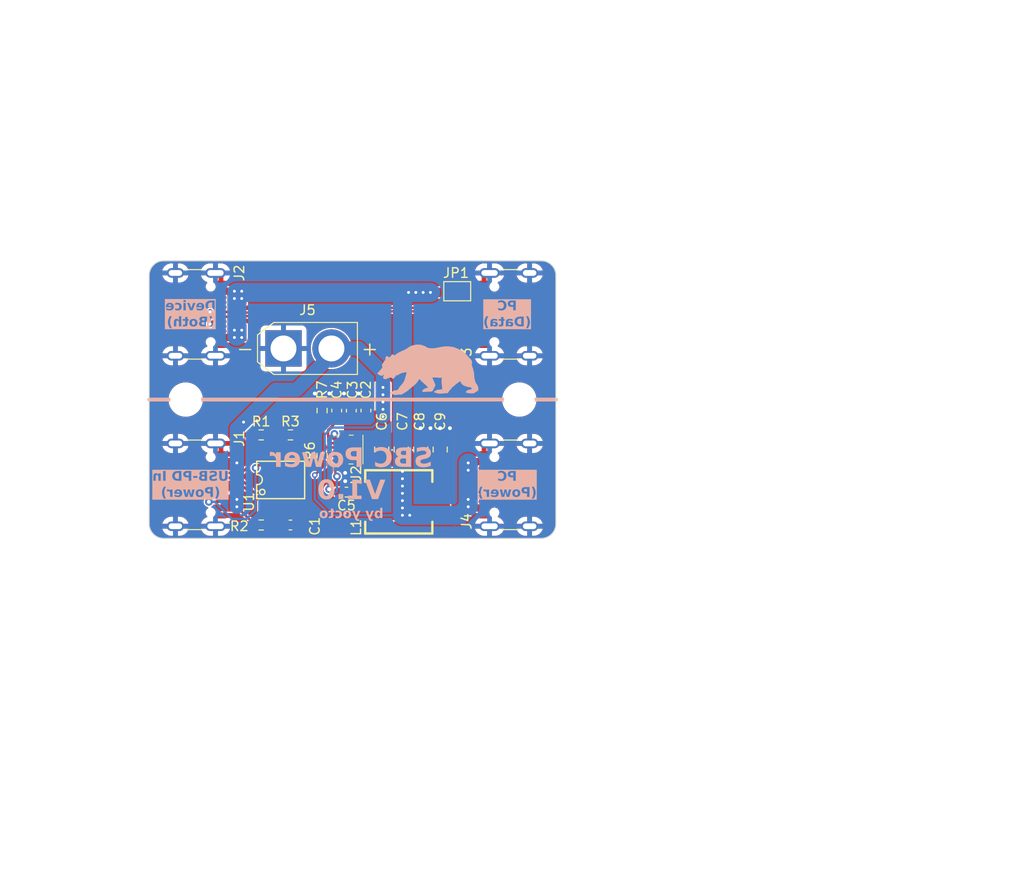
<source format=kicad_pcb>
(kicad_pcb (version 20221018) (generator pcbnew)
  (layers (0 "F.Cu" signal) (31 "B.Cu" signal) (34 "B.Paste" user) (35 "F.Paste" user) (36 "B.SilkS" user "B.Silkscreen") (37 "F.SilkS" user "F.Silkscreen") (38 "B.Mask" user) (39 "F.Mask" user) (44 "Edge.Cuts" user))
  (net 0 "")
  (net 1 "/Buck/Vin")
  (net 2 "GND")
  (net 3 "Net-(U1-VDD)")
  (net 4 "Net-(U2-VCC)")
  (net 5 "Net-(U2-BS)")
  (net 6 "+5V")
  (net 7 "Net-(J1-CC1)")
  (net 8 "Net-(J1-CC2)")
  (net 17 "Net-(U1-CFG1)")
  (net 18 "Net-(U1-VBUS)")
  (net 19 "Net-(U2-FB)")
  (net 25 "/Buck/LX")
  (net 28 "/PD_D+")
  (net 29 "/PD_D-")
  (net 30 "/USB_D+")
  (net 31 "/USB_D-")
  (net 32 "/OPT_PWR")
  (footprint "Capacitor_SMD:C_0805_2012Metric" (layer "F.Cu") (at 151.511 95.377 90)
    (fp_text reference "C7" (at 2.921 0.127 90) (layer "F.SilkS"))
    (fp_text value "22u")
    (pad "1" smd roundrect (at -0.95 0 90) (size 1 1.45) (layers "F.Cu" "F.Paste" "F.Mask") (net 6 "+5V"))
    (pad "2" smd roundrect (at 0.95 0 90) (size 1 1.45) (layers "F.Cu" "F.Paste" "F.Mask") (net 2 "GND"))
  )
  (footprint "Capacitor_SMD:C_0603_1608Metric" (layer "F.Cu") (at 145.796 99.822)
    (fp_text reference "C5" (at 0 1.397) (layer "F.SilkS"))
    (fp_text value "100n")
    (pad "1" smd roundrect (at -0.775 0) (size 0.9 0.95) (layers "F.Cu" "F.Paste" "F.Mask") (net 5 "Net-(U2-BS)"))
    (pad "2" smd roundrect (at 0.775 0) (size 0.9 0.95) (layers "F.Cu" "F.Paste" "F.Mask") (net 25 "/Buck/LX"))
  )
  (footprint "Capacitor_SMD:C_0603_1608Metric" (layer "F.Cu") (at 147.828 91.313 90)
    (fp_text reference "C2" (at 2.159 0 90) (layer "F.SilkS"))
    (fp_text value "10u")
    (pad "1" smd roundrect (at -0.775 0 90) (size 0.9 0.95) (layers "F.Cu" "F.Paste" "F.Mask") (net 1 "/Buck/Vin"))
    (pad "2" smd roundrect (at 0.775 0 90) (size 0.9 0.95) (layers "F.Cu" "F.Paste" "F.Mask") (net 2 "GND"))
  )
  (footprint "Connector_USB:USB_C_Receptacle_GCT_USB4105-xx-A_16P_TopMnt_Horizontal" (layer "F.Cu") (at 129.032 81.28 -90)
    (fp_text reference "J2" (at -4.318 -5.588 90 unlocked) (layer "F.SilkS"))
    (fp_text value "USB_C_Receptacle_USB2.0_14P")
    (pad "" np_thru_hole circle (at -2.89 -2.605 270) (size 0.65 0.65) (drill 0.65) (layers "F&B.Cu" "*.Mask"))
    (pad "" np_thru_hole circle (at 2.89 -2.605 270) (size 0.65 0.65) (drill 0.65) (layers "F&B.Cu" "*.Mask"))
    (pad "A1" smd roundrect (at -3.2 -3.68 270) (size 0.6 1.15) (layers "F.Cu" "F.Paste" "F.Mask") (net 2 "GND"))
    (pad "A4" smd roundrect (at -2.4 -3.68 270) (size 0.6 1.15) (layers "F.Cu" "F.Paste" "F.Mask") (net 6 "+5V"))
    (pad "A5" smd roundrect (at -1.25 -3.68 270) (size 0.3 1.15) (layers "F.Cu" "F.Paste" "F.Mask"))
    (pad "A6" smd roundrect (at -0.25 -3.68 270) (size 0.3 1.15) (layers "F.Cu" "F.Paste" "F.Mask") (net 30 "/USB_D+"))
    (pad "A7" smd roundrect (at 0.25 -3.68 270) (size 0.3 1.15) (layers "F.Cu" "F.Paste" "F.Mask") (net 31 "/USB_D-"))
    (pad "A8" smd roundrect (at 1.25 -3.68 270) (size 0.3 1.15) (layers "F.Cu" "F.Paste" "F.Mask"))
    (pad "A9" smd roundrect (at 2.4 -3.68 270) (size 0.6 1.15) (layers "F.Cu" "F.Paste" "F.Mask") (net 6 "+5V"))
    (pad "A12" smd roundrect (at 3.2 -3.68 270) (size 0.6 1.15) (layers "F.Cu" "F.Paste" "F.Mask") (net 2 "GND"))
    (pad "B1" smd roundrect (at 3.2 -3.68 270) (size 0.6 1.15) (layers "F.Cu" "F.Paste" "F.Mask") (net 2 "GND"))
    (pad "B4" smd roundrect (at 2.4 -3.68 270) (size 0.6 1.15) (layers "F.Cu" "F.Paste" "F.Mask") (net 6 "+5V"))
    (pad "B5" smd roundrect (at 1.75 -3.68 270) (size 0.3 1.15) (layers "F.Cu" "F.Paste" "F.Mask"))
    (pad "B6" smd roundrect (at 0.75 -3.68 270) (size 0.3 1.15) (layers "F.Cu" "F.Paste" "F.Mask") (net 30 "/USB_D+"))
    (pad "B7" smd roundrect (at -0.75 -3.68 270) (size 0.3 1.15) (layers "F.Cu" "F.Paste" "F.Mask") (net 31 "/USB_D-"))
    (pad "B8" smd roundrect (at -1.75 -3.68 270) (size 0.3 1.15) (layers "F.Cu" "F.Paste" "F.Mask"))
    (pad "B9" smd roundrect (at -2.4 -3.68 270) (size 0.6 1.15) (layers "F.Cu" "F.Paste" "F.Mask") (net 6 "+5V"))
    (pad "B12" smd roundrect (at -3.2 -3.68 270) (size 0.6 1.15) (layers "F.Cu" "F.Paste" "F.Mask") (net 2 "GND"))
    (pad "S1" thru_hole oval (at -4.32 -3.105 270) (size 1 2.1) (drill oval 0.6 1.7) (layers "*.Cu" "*.Mask" "F.Paste") (net 2 "GND"))
    (pad "S1" thru_hole oval (at -4.32 1.075 270) (size 1 1.8) (drill oval 0.6 1.4) (layers "*.Cu" "*.Mask" "F.Paste") (net 2 "GND"))
    (pad "S1" thru_hole oval (at 4.32 -3.105 270) (size 1 2.1) (drill oval 0.6 1.7) (layers "*.Cu" "*.Mask" "F.Paste") (net 2 "GND"))
    (pad "S1" thru_hole oval (at 4.32 1.075 270) (size 1 1.8) (drill oval 0.6 1.4) (layers "*.Cu" "*.Mask" "F.Paste") (net 2 "GND"))
  )
  (footprint "Project:QFN-12_L3.0-W3.0-P0.45-TL-EP" (layer "F.Cu") (at 145.846 95.374 90)
    (fp_text reference "U2" (at -2.67 0.966 90) (layer "F.SilkS"))
    (fp_text value "SY8366HQQC")
    (pad "1" smd custom (at -1.5 -0.5 90) (size 0.1 0.1) (layers "F.Cu" "F.Paste" "F.Mask") (net 2 "GND") (options (clearance outline) (anchor circle)) (primitives (gr_poly (pts (xy -0.05 -0.025) (xy -0.048097 -0.034567) (xy -0.042678 -0.042678) (xy -0.034567 -0.048097) (xy -0.025 -0.05) (xy 0.025 -0.05) (xy 0.034567 -0.048097) (xy 0.042678 -0.042678) (xy 0.048097 -0.034567) (xy 0.05 -0.025) (xy 0.05 0.025) (xy 0.048097 0.034567) (xy 0.042678 0.042678) (xy 0.034567 0.048097) (xy 0.025 0.05) (xy -0.025 0.05) (xy -0.034567 0.048097) (xy -0.042678 0.042678) (xy -0.048097 0.034567) (xy -0.05 0.025)) (width 0) (fill yes)) (gr_poly (pts (xy -0.22 -0.15) (xy 1.73 -0.15) (xy 1.73 0.25) (xy 0.8 0.25) (xy 0.8 0.55) (xy -0.22 0.55) (xy -0.22 0.25)) (width 0) (fill yes))))
    (pad "2" smd custom (at 0.075 0.525 90) (size 0.1 0.1) (layers "F.Cu" "F.Paste" "F.Mask") (net 25 "/Buck/LX") (options (clearance outline) (anchor circle)) (primitives (gr_poly (pts (xy -0.05 -0.025) (xy -0.048097 -0.034567) (xy -0.042678 -0.042678) (xy -0.034567 -0.048097) (xy -0.025 -0.05) (xy 0.025 -0.05) (xy 0.034567 -0.048097) (xy 0.042678 -0.042678) (xy 0.048097 -0.034567) (xy 0.05 -0.025) (xy 0.05 0.025) (xy 0.048097 0.034567) (xy 0.042678 0.042678) (xy 0.034567 0.048097) (xy 0.025 0.05) (xy -0.025 0.05) (xy -0.034567 0.048097) (xy -0.042678 0.042678) (xy -0.048097 0.034567) (xy -0.05 0.025)) (width 0) (fill yes)) (gr_poly (pts (xy -0.325 -0.505) (xy 0.165 -0.505) (xy 0.465 -0.195) (xy 0.465 0.045) (xy 0.165 0.345) (xy -0.325 0.345) (xy -0.635 0.045) (xy -0.635 -0.195)) (width 0) (fill yes))))
    (pad "3" smd custom (at -1.05 1.375 90) (size 0.1 0.1) (layers "F.Cu" "F.Paste" "F.Mask") (net 2 "GND") (options (clearance outline) (anchor circle)) (primitives (gr_poly (pts (xy -0.05 -0.025) (xy -0.048097 -0.034567) (xy -0.042678 -0.042678) (xy -0.034567 -0.048097) (xy -0.025 -0.05) (xy 0.025 -0.05) (xy 0.034567 -0.048097) (xy 0.042678 -0.042678) (xy 0.048097 -0.034567) (xy 0.05 -0.025) (xy 0.05 0.025) (xy 0.048097 0.034567) (xy 0.042678 0.042678) (xy 0.034567 0.048097) (xy 0.025 0.05) (xy -0.025 0.05) (xy -0.034567 0.048097) (xy -0.042678 0.042678) (xy -0.048097 0.034567) (xy -0.05 0.025)) (width 0) (fill yes)) (gr_poly (pts (xy -0.65 0.175) (xy 1.3 0.175) (xy 1.3 -0.275) (xy 0.37 -0.275) (xy 0.37 -0.575) (xy -0.65 -0.575) (xy -0.65 -0.225)) (width 0) (fill yes))))
    (pad "4" smd rect (at 1.14 1.2 90) (size 1.1 0.75) (layers "F.Cu" "F.Paste" "F.Mask") (net 1 "/Buck/Vin"))
    (pad "5" smd rect (at 1.14 -0.05 90) (size 1.1 0.26) (layers "F.Cu" "F.Paste" "F.Mask") (net 1 "/Buck/Vin"))
    (pad "6" smd rect (at 1.14 -0.5 90) (size 1.1 0.26) (layers "F.Cu" "F.Paste" "F.Mask") (net 1 "/Buck/Vin"))
    (pad "7" smd rect (at 1.11 -1.2 90) (size 0.25 0.6) (layers "F.Cu" "F.Paste" "F.Mask") (net 5 "Net-(U2-BS)"))
    (pad "8" smd rect (at 0.66 -1.2 90) (size 0.25 0.6) (layers "F.Cu" "F.Paste" "F.Mask") (net 4 "Net-(U2-VCC)"))
    (pad "9" smd rect (at 0.21 -1.2 90) (size 0.25 0.6) (layers "F.Cu" "F.Paste" "F.Mask") (net 19 "Net-(U2-FB)"))
    (pad "10" smd rect (at -0.24 -1.2 90) (size 0.25 0.6) (layers "F.Cu" "F.Paste" "F.Mask"))
    (pad "11" smd rect (at -0.69 -1.2 90) (size 0.25 0.6) (layers "F.Cu" "F.Paste" "F.Mask"))
    (pad "12" smd rect (at -1.14 -1.2 90) (size 0.25 0.6) (layers "F.Cu" "F.Paste" "F.Mask") (net 1 "/Buck/Vin"))
  )
  (footprint "Connector_USB:USB_C_Receptacle_GCT_USB4105-xx-A_16P_TopMnt_Horizontal" (layer "F.Cu") (at 163.83 81.28 90)
    (fp_text reference "J3" (at -4.318 -5.5 90 unlocked) (layer "F.SilkS"))
    (fp_text value "USB_C_Receptacle_USB2.0_14P")
    (pad "" np_thru_hole circle (at -2.89 -2.605 90) (size 0.65 0.65) (drill 0.65) (layers "F&B.Cu" "*.Mask"))
    (pad "" np_thru_hole circle (at 2.89 -2.605 90) (size 0.65 0.65) (drill 0.65) (layers "F&B.Cu" "*.Mask"))
    (pad "A1" smd roundrect (at -3.2 -3.68 90) (size 0.6 1.15) (layers "F.Cu" "F.Paste" "F.Mask") (net 2 "GND"))
    (pad "A4" smd roundrect (at -2.4 -3.68 90) (size 0.6 1.15) (layers "F.Cu" "F.Paste" "F.Mask") (net 32 "/OPT_PWR"))
    (pad "A5" smd roundrect (at -1.25 -3.68 90) (size 0.3 1.15) (layers "F.Cu" "F.Paste" "F.Mask"))
    (pad "A6" smd roundrect (at -0.25 -3.68 90) (size 0.3 1.15) (layers "F.Cu" "F.Paste" "F.Mask") (net 30 "/USB_D+"))
    (pad "A7" smd roundrect (at 0.25 -3.68 90) (size 0.3 1.15) (layers "F.Cu" "F.Paste" "F.Mask") (net 31 "/USB_D-"))
    (pad "A8" smd roundrect (at 1.25 -3.68 90) (size 0.3 1.15) (layers "F.Cu" "F.Paste" "F.Mask"))
    (pad "A9" smd roundrect (at 2.4 -3.68 90) (size 0.6 1.15) (layers "F.Cu" "F.Paste" "F.Mask") (net 32 "/OPT_PWR"))
    (pad "A12" smd roundrect (at 3.2 -3.68 90) (size 0.6 1.15) (layers "F.Cu" "F.Paste" "F.Mask") (net 2 "GND"))
    (pad "B1" smd roundrect (at 3.2 -3.68 90) (size 0.6 1.15) (layers "F.Cu" "F.Paste" "F.Mask") (net 2 "GND"))
    (pad "B4" smd roundrect (at 2.4 -3.68 90) (size 0.6 1.15) (layers "F.Cu" "F.Paste" "F.Mask") (net 32 "/OPT_PWR"))
    (pad "B5" smd roundrect (at 1.75 -3.68 90) (size 0.3 1.15) (layers "F.Cu" "F.Paste" "F.Mask"))
    (pad "B6" smd roundrect (at 0.75 -3.68 90) (size 0.3 1.15) (layers "F.Cu" "F.Paste" "F.Mask") (net 30 "/USB_D+"))
    (pad "B7" smd roundrect (at -0.75 -3.68 90) (size 0.3 1.15) (layers "F.Cu" "F.Paste" "F.Mask") (net 31 "/USB_D-"))
    (pad "B8" smd roundrect (at -1.75 -3.68 90) (size 0.3 1.15) (layers "F.Cu" "F.Paste" "F.Mask"))
    (pad "B9" smd roundrect (at -2.4 -3.68 90) (size 0.6 1.15) (layers "F.Cu" "F.Paste" "F.Mask") (net 32 "/OPT_PWR"))
    (pad "B12" smd roundrect (at -3.2 -3.68 90) (size 0.6 1.15) (layers "F.Cu" "F.Paste" "F.Mask") (net 2 "GND"))
    (pad "S1" thru_hole oval (at -4.32 -3.105 90) (size 1 2.1) (drill oval 0.6 1.7) (layers "*.Cu" "*.Mask" "F.Paste") (net 2 "GND"))
    (pad "S1" thru_hole oval (at -4.32 1.075 90) (size 1 1.8) (drill oval 0.6 1.4) (layers "*.Cu" "*.Mask" "F.Paste") (net 2 "GND"))
    (pad "S1" thru_hole oval (at 4.32 -3.105 90) (size 1 2.1) (drill oval 0.6 1.7) (layers "*.Cu" "*.Mask" "F.Paste") (net 2 "GND"))
    (pad "S1" thru_hole oval (at 4.32 1.075 90) (size 1 1.8) (drill oval 0.6 1.4) (layers "*.Cu" "*.Mask" "F.Paste") (net 2 "GND"))
  )
  (footprint "Capacitor_SMD:C_0603_1608Metric" (layer "F.Cu") (at 146.304 91.326 90)
    (fp_text reference "C3" (at 2.159 0.127 90) (layer "F.SilkS"))
    (fp_text value "100n")
    (pad "1" smd roundrect (at -0.775 0 90) (size 0.9 0.95) (layers "F.Cu" "F.Paste" "F.Mask") (net 1 "/Buck/Vin"))
    (pad "2" smd roundrect (at 0.775 0 90) (size 0.9 0.95) (layers "F.Cu" "F.Paste" "F.Mask") (net 2 "GND"))
  )
  (footprint "Capacitor_SMD:C_0805_2012Metric" (layer "F.Cu") (at 153.543 95.377 90)
    (fp_text reference "C8" (at 2.921 -0.127 90) (layer "F.SilkS"))
    (fp_text value "22u")
    (pad "1" smd roundrect (at -0.95 0 90) (size 1 1.45) (layers "F.Cu" "F.Paste" "F.Mask") (net 6 "+5V"))
    (pad "2" smd roundrect (at 0.95 0 90) (size 1 1.45) (layers "F.Cu" "F.Paste" "F.Mask") (net 2 "GND"))
  )
  (footprint "Project:ESSOP-10_L4.9-W3.9-P1.0-LS6.0-TL-EP" (layer "F.Cu") (at 138.938 98.552)
    (fp_text reference "U1" (at -3.302 2.286 90) (layer "F.SilkS"))
    (fp_text value "CH224K")
    (pad "1" smd rect (at -2 3 90) (size 1.5 0.6) (layers "F.Cu" "F.Paste" "F.Mask") (net 3 "Net-(U1-VDD)"))
    (pad "2" smd rect (at -1 3 90) (size 1.5 0.6) (layers "F.Cu" "F.Paste" "F.Mask"))
    (pad "3" smd rect (at 0 3 90) (size 1.5 0.6) (layers "F.Cu" "F.Paste" "F.Mask"))
    (pad "4" smd rect (at 1 3 90) (size 1.5 0.6) (layers "F.Cu" "F.Paste" "F.Mask") (net 28 "/PD_D+"))
    (pad "5" smd rect (at 2 3 90) (size 1.5 0.6) (layers "F.Cu" "F.Paste" "F.Mask") (net 29 "/PD_D-"))
    (pad "6" smd rect (at 2 -3 90) (size 1.5 0.6) (layers "F.Cu" "F.Paste" "F.Mask") (net 8 "Net-(J1-CC2)"))
    (pad "7" smd rect (at 1 -3 90) (size 1.5 0.6) (layers "F.Cu" "F.Paste" "F.Mask") (net 7 "Net-(J1-CC1)"))
    (pad "8" smd rect (at 0 -3 90) (size 1.5 0.6) (layers "F.Cu" "F.Paste" "F.Mask") (net 18 "Net-(U1-VBUS)"))
    (pad "9" smd rect (at -1 -3 90) (size 1.5 0.6) (layers "F.Cu" "F.Paste" "F.Mask") (net 17 "Net-(U1-CFG1)"))
    (pad "10" smd rect (at -2 -3 90) (size 1.5 0.6) (layers "F.Cu" "F.Paste" "F.Mask"))
    (pad "11" smd rect (at 0 0 180) (size 3.3 2.1) (layers "F.Cu" "F.Paste" "F.Mask") (net 2 "GND"))
  )
  (footprint "MountingHole:MountingHole_3.2mm_M3" (layer "F.Cu") (at 129.032 90.17)
    (fp_text reference "H1" hide)
    (fp_text value "MountingHole")
    (pad "" np_thru_hole circle (at 0 0) (size 3.2 3.2) (drill 3.2) (layers "*.Cu" "*.Mask"))
  )
  (footprint "Resistor_SMD:R_0603_1608Metric" (layer "F.Cu") (at 143.256 91.313 90)
    (fp_text reference "R7" (at 2.159 -0.002 90) (layer "F.SilkS"))
    (fp_text value "6.8k")
    (pad "1" smd roundrect (at -0.825 0 90) (size 0.8 0.95) (layers "F.Cu" "F.Paste" "F.Mask") (net 19 "Net-(U2-FB)"))
    (pad "2" smd roundrect (at 0.825 0 90) (size 0.8 0.95) (layers "F.Cu" "F.Paste" "F.Mask") (net 2 "GND"))
  )
  (footprint "Resistor_SMD:R_0603_1608Metric" (layer "F.Cu") (at 136.906 93.853 180)
    (fp_text reference "R1" (at 0 1.397 180) (layer "F.SilkS"))
    (fp_text value "56k")
    (pad "1" smd roundrect (at -0.825 0 180) (size 0.8 0.95) (layers "F.Cu" "F.Paste" "F.Mask") (net 17 "Net-(U1-CFG1)"))
    (pad "2" smd roundrect (at 0.825 0 180) (size 0.8 0.95) (layers "F.Cu" "F.Paste" "F.Mask") (net 2 "GND"))
  )
  (footprint "Connector_USB:USB_C_Receptacle_GCT_USB4105-xx-A_16P_TopMnt_Horizontal" (layer "F.Cu") (at 163.83 99.06 90)
    (fp_text reference "J4" (at -3.81 -5.5 90 unlocked) (layer "F.SilkS"))
    (fp_text value "USB_C_Receptacle_USB2.0_14P")
    (pad "" np_thru_hole circle (at -2.89 -2.605 90) (size 0.65 0.65) (drill 0.65) (layers "F&B.Cu" "*.Mask"))
    (pad "" np_thru_hole circle (at 2.89 -2.605 90) (size 0.65 0.65) (drill 0.65) (layers "F&B.Cu" "*.Mask"))
    (pad "A1" smd roundrect (at -3.2 -3.68 90) (size 0.6 1.15) (layers "F.Cu" "F.Paste" "F.Mask") (net 2 "GND"))
    (pad "A4" smd roundrect (at -2.4 -3.68 90) (size 0.6 1.15) (layers "F.Cu" "F.Paste" "F.Mask") (net 6 "+5V"))
    (pad "A5" smd roundrect (at -1.25 -3.68 90) (size 0.3 1.15) (layers "F.Cu" "F.Paste" "F.Mask"))
    (pad "A6" smd roundrect (at -0.25 -3.68 90) (size 0.3 1.15) (layers "F.Cu" "F.Paste" "F.Mask"))
    (pad "A7" smd roundrect (at 0.25 -3.68 90) (size 0.3 1.15) (layers "F.Cu" "F.Paste" "F.Mask"))
    (pad "A8" smd roundrect (at 1.25 -3.68 90) (size 0.3 1.15) (layers "F.Cu" "F.Paste" "F.Mask"))
    (pad "A9" smd roundrect (at 2.4 -3.68 90) (size 0.6 1.15) (layers "F.Cu" "F.Paste" "F.Mask") (net 6 "+5V"))
    (pad "A12" smd roundrect (at 3.2 -3.68 90) (size 0.6 1.15) (layers "F.Cu" "F.Paste" "F.Mask") (net 2 "GND"))
    (pad "B1" smd roundrect (at 3.2 -3.68 90) (size 0.6 1.15) (layers "F.Cu" "F.Paste" "F.Mask") (net 2 "GND"))
    (pad "B4" smd roundrect (at 2.4 -3.68 90) (size 0.6 1.15) (layers "F.Cu" "F.Paste" "F.Mask") (net 6 "+5V"))
    (pad "B5" smd roundrect (at 1.75 -3.68 90) (size 0.3 1.15) (layers "F.Cu" "F.Paste" "F.Mask"))
    (pad "B6" smd roundrect (at 0.75 -3.68 90) (size 0.3 1.15) (layers "F.Cu" "F.Paste" "F.Mask"))
    (pad "B7" smd roundrect (at -0.75 -3.68 90) (size 0.3 1.15) (layers "F.Cu" "F.Paste" "F.Mask"))
    (pad "B8" smd roundrect (at -1.75 -3.68 90) (size 0.3 1.15) (layers "F.Cu" "F.Paste" "F.Mask"))
    (pad "B9" smd roundrect (at -2.4 -3.68 90) (size 0.6 1.15) (layers "F.Cu" "F.Paste" "F.Mask") (net 6 "+5V"))
    (pad "B12" smd roundrect (at -3.2 -3.68 90) (size 0.6 1.15) (layers "F.Cu" "F.Paste" "F.Mask") (net 2 "GND"))
    (pad "S1" thru_hole oval (at -4.32 -3.105 90) (size 1 2.1) (drill oval 0.6 1.7) (layers "*.Cu" "*.Mask" "F.Paste") (net 2 "GND"))
    (pad "S1" thru_hole oval (at -4.32 1.075 90) (size 1 1.8) (drill oval 0.6 1.4) (layers "*.Cu" "*.Mask" "F.Paste") (net 2 "GND"))
    (pad "S1" thru_hole oval (at 4.32 -3.105 90) (size 1 2.1) (drill oval 0.6 1.7) (layers "*.Cu" "*.Mask" "F.Paste") (net 2 "GND"))
    (pad "S1" thru_hole oval (at 4.32 1.075 90) (size 1 1.8) (drill oval 0.6 1.4) (layers "*.Cu" "*.Mask" "F.Paste") (net 2 "GND"))
  )
  (footprint "MountingHole:MountingHole_3.2mm_M3" (layer "F.Cu") (at 163.83 90.17)
    (fp_text reference "H2" hide)
    (fp_text value "MountingHole")
    (pad "" np_thru_hole circle (at 0 0) (size 3.2 3.2) (drill 3.2) (layers "*.Cu" "*.Mask"))
  )
  (footprint "Resistor_SMD:R_0603_1608Metric" (layer "F.Cu") (at 143.256 96.012 90)
    (fp_text reference "R6" (at 0.508 -1.27 90) (layer "F.SilkS"))
    (fp_text value "51k")
    (pad "1" smd roundrect (at -0.825 0 90) (size 0.8 0.95) (layers "F.Cu" "F.Paste" "F.Mask") (net 6 "+5V"))
    (pad "2" smd roundrect (at 0.825 0 90) (size 0.8 0.95) (layers "F.Cu" "F.Paste" "F.Mask") (net 19 "Net-(U2-FB)"))
  )
  (footprint "Capacitor_SMD:C_0603_1608Metric" (layer "F.Cu") (at 144.78 91.313 90)
    (fp_text reference "C4" (at 2.159 0 90) (layer "F.SilkS"))
    (fp_text value "2.2u")
    (pad "1" smd roundrect (at -0.775 0 90) (size 0.9 0.95) (layers "F.Cu" "F.Paste" "F.Mask") (net 4 "Net-(U2-VCC)"))
    (pad "2" smd roundrect (at 0.775 0 90) (size 0.9 0.95) (layers "F.Cu" "F.Paste" "F.Mask") (net 2 "GND"))
  )
  (footprint "Capacitor_SMD:C_0805_2012Metric" (layer "F.Cu") (at 155.575 95.377 90)
    (fp_text reference "C9" (at 2.921 0 90) (layer "F.SilkS"))
    (fp_text value "22u")
    (pad "1" smd roundrect (at -0.95 0 90) (size 1 1.45) (layers "F.Cu" "F.Paste" "F.Mask") (net 6 "+5V"))
    (pad "2" smd roundrect (at 0.95 0 90) (size 1 1.45) (layers "F.Cu" "F.Paste" "F.Mask") (net 2 "GND"))
  )
  (footprint "Resistor_SMD:R_0603_1608Metric" (layer "F.Cu") (at 139.954 93.853 180)
    (fp_text reference "R3" (at 0 1.397 180) (layer "F.SilkS"))
    (fp_text value "10k")
    (pad "1" smd roundrect (at -0.825 0 180) (size 0.8 0.95) (layers "F.Cu" "F.Paste" "F.Mask") (net 1 "/Buck/Vin"))
    (pad "2" smd roundrect (at 0.825 0 180) (size 0.8 0.95) (layers "F.Cu" "F.Paste" "F.Mask") (net 18 "Net-(U1-VBUS)"))
  )
  (footprint "Capacitor_SMD:C_0805_2012Metric" (layer "F.Cu") (at 149.479 95.377 90)
    (fp_text reference "C6" (at 2.921 0 90) (layer "F.SilkS"))
    (fp_text value "22u")
    (pad "1" smd roundrect (at -0.95 0 90) (size 1 1.45) (layers "F.Cu" "F.Paste" "F.Mask") (net 6 "+5V"))
    (pad "2" smd roundrect (at 0.95 0 90) (size 1 1.45) (layers "F.Cu" "F.Paste" "F.Mask") (net 2 "GND"))
  )
  (footprint "Project:IND-SMD_L7.0-W6.6" (layer "F.Cu") (at 151.257 100.838)
    (fp_text reference "L1" (at -4.445 2.667 90) (layer "F.SilkS"))
    (fp_text value "1.5uH 9A <10mOhm")
    (pad "1" smd rect (at -3 0) (size 2.4 3.2) (layers "F.Cu" "F.Paste" "F.Mask") (net 25 "/Buck/LX"))
    (pad "2" smd rect (at 3 0) (size 2.4 3.2) (layers "F.Cu" "F.Paste" "F.Mask") (net 6 "+5V"))
  )
  (footprint "Connector_USB:USB_C_Receptacle_GCT_USB4105-xx-A_16P_TopMnt_Horizontal" (layer "F.Cu") (at 129.032 99.06 -90)
    (fp_text reference "J1" (at -4.826 -5.588 90 unlocked) (layer "F.SilkS"))
    (fp_text value "USB_C_Receptacle_USB2.0_14P")
    (pad "" np_thru_hole circle (at -2.89 -2.605 270) (size 0.65 0.65) (drill 0.65) (layers "F&B.Cu" "*.Mask"))
    (pad "" np_thru_hole circle (at 2.89 -2.605 270) (size 0.65 0.65) (drill 0.65) (layers "F&B.Cu" "*.Mask"))
    (pad "A1" smd roundrect (at -3.2 -3.68 270) (size 0.6 1.15) (layers "F.Cu" "F.Paste" "F.Mask") (net 2 "GND"))
    (pad "A4" smd roundrect (at -2.4 -3.68 270) (size 0.6 1.15) (layers "F.Cu" "F.Paste" "F.Mask") (net 1 "/Buck/Vin"))
    (pad "A5" smd roundrect (at -1.25 -3.68 270) (size 0.3 1.15) (layers "F.Cu" "F.Paste" "F.Mask") (net 7 "Net-(J1-CC1)"))
    (pad "A6" smd roundrect (at -0.25 -3.68 270) (size 0.3 1.15) (layers "F.Cu" "F.Paste" "F.Mask") (net 28 "/PD_D+"))
    (pad "A7" smd roundrect (at 0.25 -3.68 270) (size 0.3 1.15) (layers "F.Cu" "F.Paste" "F.Mask") (net 29 "/PD_D-"))
    (pad "A8" smd roundrect (at 1.25 -3.68 270) (size 0.3 1.15) (layers "F.Cu" "F.Paste" "F.Mask"))
    (pad "A9" smd roundrect (at 2.4 -3.68 270) (size 0.6 1.15) (layers "F.Cu" "F.Paste" "F.Mask") (net 1 "/Buck/Vin"))
    (pad "A12" smd roundrect (at 3.2 -3.68 270) (size 0.6 1.15) (layers "F.Cu" "F.Paste" "F.Mask") (net 2 "GND"))
    (pad "B1" smd roundrect (at 3.2 -3.68 270) (size 0.6 1.15) (layers "F.Cu" "F.Paste" "F.Mask") (net 2 "GND"))
    (pad "B4" smd roundrect (at 2.4 -3.68 270) (size 0.6 1.15) (layers "F.Cu" "F.Paste" "F.Mask") (net 1 "/Buck/Vin"))
    (pad "B5" smd roundrect (at 1.75 -3.68 270) (size 0.3 1.15) (layers "F.Cu" "F.Paste" "F.Mask") (net 8 "Net-(J1-CC2)"))
    (pad "B6" smd roundrect (at 0.75 -3.68 270) (size 0.3 1.15) (layers "F.Cu" "F.Paste" "F.Mask") (net 28 "/PD_D+"))
    (pad "B7" smd roundrect (at -0.75 -3.68 270) (size 0.3 1.15) (layers "F.Cu" "F.Paste" "F.Mask") (net 29 "/PD_D-"))
    (pad "B8" smd roundrect (at -1.75 -3.68 270) (size 0.3 1.15) (layers "F.Cu" "F.Paste" "F.Mask"))
    (pad "B9" smd roundrect (at -2.4 -3.68 270) (size 0.6 1.15) (layers "F.Cu" "F.Paste" "F.Mask") (net 1 "/Buck/Vin"))
    (pad "B12" smd roundrect (at -3.2 -3.68 270) (size 0.6 1.15) (layers "F.Cu" "F.Paste" "F.Mask") (net 2 "GND"))
    (pad "S1" thru_hole oval (at -4.32 -3.105 270) (size 1 2.1) (drill oval 0.6 1.7) (layers "*.Cu" "*.Mask" "F.Paste") (net 2 "GND"))
    (pad "S1" thru_hole oval (at -4.32 1.075 270) (size 1 1.8) (drill oval 0.6 1.4) (layers "*.Cu" "*.Mask" "F.Paste") (net 2 "GND"))
    (pad "S1" thru_hole oval (at 4.32 -3.105 270) (size 1 2.1) (drill oval 0.6 1.7) (layers "*.Cu" "*.Mask" "F.Paste") (net 2 "GND"))
    (pad "S1" thru_hole oval (at 4.32 1.075 270) (size 1 1.8) (drill oval 0.6 1.4) (layers "*.Cu" "*.Mask" "F.Paste") (net 2 "GND"))
  )
  (footprint "Resistor_SMD:R_0603_1608Metric" (layer "F.Cu") (at 136.906 103.251)
    (fp_text reference "R2" (at -2.286 0.127 180) (layer "F.SilkS"))
    (fp_text value "1k")
    (pad "1" smd roundrect (at -0.825 0) (size 0.8 0.95) (layers "F.Cu" "F.Paste" "F.Mask") (net 1 "/Buck/Vin"))
    (pad "2" smd roundrect (at 0.825 0) (size 0.8 0.95) (layers "F.Cu" "F.Paste" "F.Mask") (net 3 "Net-(U1-VDD)"))
  )
  (footprint "Jumper:SolderJumper-2_P1.3mm_Open_Pad1.0x1.5mm" (layer "F.Cu") (at 157.353 78.867)
    (fp_text reference "JP1" (at -0.127 -1.905) (layer "F.SilkS"))
    (fp_text value "Jumper_2_Open")
    (pad "1" smd rect (at -0.65 0) (size 1 1.5) (layers "F.Cu" "F.Mask") (net 6 "+5V"))
    (pad "2" smd rect (at 0.65 0) (size 1 1.5) (layers "F.Cu" "F.Mask") (net 32 "/OPT_PWR"))
  )
  (footprint "Connector_AMASS:AMASS_XT30U-F_1x02_P5.0mm_Vertical" (layer "F.Cu") (at 139.232 84.836)
    (fp_text reference "J5" (at 2.5 -4) (layer "F.SilkS"))
    (fp_text value "Conn_01x02")
    (fp_text user "-" (at -4 0) (layer "F.SilkS") (effects (font (size 1.5 1.5))))
    (fp_text user "+" (at 9 0) (layer "F.SilkS") (effects (font (size 1.5 1.5))))
    (pad "1" thru_hole rect (at 0 0) (size 3.8 3.8) (drill 2.7) (layers "*.Cu" "*.Mask") (net 2 "GND"))
    (pad "2" thru_hole circle (at 5 0) (size 4 4) (drill 2.7) (layers "*.Cu" "*.Mask") (net 1 "/Buck/Vin"))
  )
  (footprint "Capacitor_SMD:C_0603_1608Metric" (layer "F.Cu") (at 139.954 103.251)
    (fp_text reference "C1" (at 2.54 0.127 -90) (layer "F.SilkS"))
    (fp_text value "1u")
    (pad "1" smd roundrect (at -0.775 0) (size 0.9 0.95) (layers "F.Cu" "F.Paste" "F.Mask") (net 3 "Net-(U1-VDD)"))
    (pad "2" smd roundrect (at 0.775 0) (size 0.9 0.95) (layers "F.Cu" "F.Paste" "F.Mask") (net 2 "GND"))
  )
  (footprint "Project:bear" (layer "B.Cu") (at 154.432 86.868 180)
    (fp_text reference "G***" hide)
    (fp_text value "LOGO" hide)
  )
  (gr_line (start 167.64 90.17) (end 125.222 90.17) (stroke (width 0.4)) (layer "B.SilkS"))
  (gr_line (start 167.64 77.216002) (end 167.64 103.124) (stroke (width 0.1)) (layer "Edge.Cuts"))
  (gr_line (start 166.116 104.648) (end 126.746 104.647998) (stroke (width 0.1)) (layer "Edge.Cuts"))
  (gr_arc (start 125.222002 77.216) (mid 125.668372 76.13837) (end 126.746002 75.692) (stroke (width 0.1016)) (layer "Edge.Cuts"))
  (gr_arc (start 167.64 103.124) (mid 167.193631 104.20163) (end 166.116 104.648) (stroke (width 0.1016)) (layer "Edge.Cuts"))
  (gr_arc (start 126.746 104.647998) (mid 125.66837 104.201628) (end 125.222 103.123998) (stroke (width 0.1016)) (layer "Edge.Cuts"))
  (gr_arc (start 166.116 75.692002) (mid 167.19363 76.138372) (end 167.64 77.216002) (stroke (width 0.1016)) (layer "Edge.Cuts"))
  (gr_line (start 126.746002 75.692) (end 166.116 75.692002) (stroke (width 0.1)) (layer "Edge.Cuts"))
  (gr_line (start 125.222 103.123998) (end 125.222002 77.216) (stroke (width 0.1)) (layer "Edge.Cuts"))
  (gr_text "PC\n(Power)" (at 162.56 99.06) (layer "B.SilkS" knockout) (effects (font (size 1 1) (thickness 0.2) bold) (justify mirror)))
  (gr_text "SBC Power\nV1.0" (at 146.304 98.044) (layer "B.SilkS") (effects (font (size 2 2) (thickness 0.2) bold) (justify mirror)))
  (gr_text "by yocto" (at 146.304 102.108) (layer "B.SilkS") (effects (font (size 1 1) (thickness 0.2) bold) (justify mirror)))
  (gr_text "USB-PD In\n(Power)" (at 129.54 99.06) (layer "B.SilkS" knockout) (effects (font (size 1 1) (thickness 0.2) bold) (justify mirror)))
  (gr_text "Device\n(Both)" (at 129.54 81.28) (layer "B.SilkS" knockout) (effects (font (size 1 1) (thickness 0.2) bold) (justify mirror)))
  (gr_text "PC\n(Data)" (at 162.56 81.28) (layer "B.SilkS" knockout) (effects (font (size 1 1) (thickness 0.2) bold) (justify mirror)))
  (segment (start 144.646 98.011) (end 144.646 96.514) (width 0.25) (layer "F.Cu") (net 1))
  (segment (start 139.4455 92.5195) (end 140.779 93.853) (width 0.25) (layer "F.Cu") (net 1))
  (segment (start 144.806 98.171) (end 144.646 98.011) (width 0.25) (layer "F.Cu") (net 1))
  (segment (start 135.0645 92.5195) (end 139.4455 92.5195) (width 0.25) (layer "F.Cu") (net 1))
  (segment (start 136.081 103.251) (end 136.081 103.061) (width 0.25) (layer "F.Cu") (net 1))
  (segment (start 136.081 103.061) (end 134.366 101.346) (width 0.25) (layer "F.Cu") (net 1))
  (via (at 149.606 88.9) (size 0.6) (drill 0.3) (layers "F.Cu" "B.Cu") (net 1))
  (via (at 149.606 90.424) (size 0.6) (drill 0.3) (layers "F.Cu" "B.Cu") (net 1))
  (via (at 144.806 98.171) (size 0.8) (drill 0.4) (layers "F.Cu" "B.Cu") (net 1))
  (via (at 135.0645 92.5195) (size 0.6) (drill 0.3) (layers "F.Cu" "B.Cu") (net 1))
  (via (at 149.606 91.186) (size 0.6) (drill 0.3) (layers "F.Cu" "B.Cu") (net 1))
  (via (at 134.366 100.584) (size 0.6) (drill 0.3) (layers "F.Cu" "B.Cu") (net 1))
  (via (at 134.366 96.774) (size 0.6) (drill 0.3) (layers "F.Cu" "B.Cu") (net 1))
  (via (at 149.606 91.948) (size 0.6) (drill 0.3) (layers "F.Cu" "B.Cu") (net 1))
  (via (at 134.366 101.346) (size 0.6) (drill 0.3) (layers "F.Cu" "B.Cu") (net 1))
  (via (at 149.606 89.662) (size 0.6) (drill 0.3) (layers "F.Cu" "B.Cu") (net 1))
  (segment (start 143.527 93.836) (end 144.272 93.091) (width 0.25) (layer "B.Cu") (net 1))
  (segment (start 135.0645 92.5195) (end 134.366 93.218) (width 1.5) (layer "B.Cu") (net 1))
  (segment (start 135.0645 92.5195) (end 138.43 89.154) (width 1.5) (layer "B.Cu") (net 1))
  (segment (start 144.806 99.685068) (end 144.288068 100.203) (width 0.25) (layer "B.Cu") (net 1))
  (segment (start 138.43 89.154) (end 140.592 89.154) (width 1.5) (layer "B.Cu") (net 1))
  (segment (start 149.606 88.9) (end 149.606 87.376) (width 1.5) (layer "B.Cu") (net 1))
  (segment (start 148.463 93.091) (end 149.606 91.948) (width 0.25) (layer "B.Cu") (net 1))
  (segment (start 143.527 98.755932) (end 143.527 93.836) (width 0.25) (layer "B.Cu") (net 1))
  (segment (start 134.366 96.774) (end 134.366 101.346) (width 1.5) (layer "B.Cu") (net 1))
  (segment (start 149.606 87.376) (end 147.066 84.836) (width 1.5) (layer "B.Cu") (net 1))
  (segment (start 144.232 85.514) (end 144.232 84.836) (width 1.5) (layer "B.Cu") (net 1))
  (segment (start 147.066 84.836) (end 144.232 84.836) (width 1.5) (layer "B.Cu") (net 1))
  (segment (start 144.806 98.171) (end 144.806 99.685068) (width 0.25) (layer "B.Cu") (net 1))
  (segment (start 134.366 93.218) (end 134.366 96.774) (width 1.5) (layer "B.Cu") (net 1))
  (segment (start 144.288068 100.203) (end 143.747932 100.203) (width 0.25) (layer "B.Cu") (net 1))
  (segment (start 143.256 99.711068) (end 143.256 99.026932) (width 0.25) (layer "B.Cu") (net 1))
  (segment (start 149.606 91.948) (end 149.606 88.9) (width 1.5) (layer "B.Cu") (net 1))
  (segment (start 143.747932 100.203) (end 143.256 99.711068) (width 0.25) (layer "B.Cu") (net 1))
  (segment (start 143.256 99.026932) (end 143.527 98.755932) (width 0.25) (layer "B.Cu") (net 1))
  (segment (start 140.592 89.154) (end 144.232 85.514) (width 1.5) (layer "B.Cu") (net 1))
  (segment (start 144.272 93.091) (end 148.463 93.091) (width 0.25) (layer "B.Cu") (net 1))
  (segment (start 145.66157 97.814162) (end 145.66157 96.55843) (width 0.5) (layer "F.Cu") (net 2))
  (segment (start 145.669 97.821592) (end 145.66157 97.814162) (width 0.5) (layer "F.Cu") (net 2))
  (segment (start 145.669 98.679) (end 145.669 97.821592) (width 0.5) (layer "F.Cu") (net 2))
  (via (at 142.494 89.535) (size 0.8) (drill 0.4) (layers "F.Cu" "B.Cu") (net 2))
  (via (at 154.559 93.152) (size 0.8) (drill 0.4) (layers "F.Cu" "B.Cu") (net 2))
  (via (at 155.575 93.152) (size 0.8) (drill 0.4) (layers "F.Cu" "B.Cu") (net 2))
  (via (at 145.669 98.679) (size 0.8) (drill 0.4) (layers "F.Cu" "B.Cu") (net 2))
  (via (at 145.542 89.535) (size 0.8) (drill 0.4) (layers "F.Cu" "B.Cu") (net 2))
  (via (at 144.018 89.535) (size 0.8) (drill 0.4) (layers "F.Cu" "B.Cu") (net 2))
  (via (at 147.066 89.535) (size 0.8) (drill 0.4) (layers "F.Cu" "B.Cu") (net 2))
  (via (at 145.66157 97.814162) (size 0.8) (drill 0.4) (layers "F.Cu" "B.Cu") (net 2))
  (via (at 153.543 93.152) (size 0.8) (drill 0.4) (layers "F.Cu" "B.Cu") (net 2))
  (via (at 156.591 93.152) (size 0.8) (drill 0.4) (layers "F.Cu" "B.Cu") (net 2))
  (segment (start 136.938 101.552) (end 136.938 102.458) (width 0.25) (layer "F.Cu") (net 3))
  (segment (start 137.731 103.251) (end 139.179 103.251) (width 0.25) (layer "F.Cu") (net 3))
  (segment (start 136.938 102.458) (end 137.731 103.251) (width 0.25) (layer "F.Cu") (net 3))
  (segment (start 144.096 94.714) (end 143.891 94.509) (width 0.25) (layer "F.Cu") (net 4))
  (segment (start 143.891 93.345) (end 144.78 92.456) (width 0.25) (layer "F.Cu") (net 4))
  (segment (start 144.646 94.714) (end 144.096 94.714) (width 0.25) (layer "F.Cu") (net 4))
  (segment (start 144.78 92.456) (end 144.78 92.088) (width 0.25) (layer "F.Cu") (net 4))
  (segment (start 143.891 94.509) (end 143.891 93.345) (width 0.25) (layer "F.Cu") (net 4))
  (segment (start 145.021 99.822) (end 144.289 99.822) (width 0.5) (layer "F.Cu") (net 5))
  (segment (start 144.646 94.264) (end 144.646 93.846) (width 0.25) (layer "F.Cu") (net 5))
  (segment (start 144.646 93.846) (end 144.542534 93.742534) (width 0.25) (layer "F.Cu") (net 5))
  (segment (start 144.289 99.822) (end 143.982 99.515) (width 0.5) (layer "F.Cu") (net 5))
  (via (at 143.982 99.515) (size 0.8) (drill 0.4) (layers "F.Cu" "B.Cu") (net 5))
  (via (at 144.542534 93.742534) (size 0.8) (drill 0.4) (layers "F.Cu" "B.Cu") (net 5))
  (segment (start 143.982 99.515) (end 144.029 99.468) (width 0.5) (layer "B.Cu") (net 5))
  (segment (start 144.029 99.468) (end 144.029 94.256068) (width 0.5) (layer "B.Cu") (net 5))
  (segment (start 144.029 94.256068) (end 144.542534 93.742534) (width 0.5) (layer "B.Cu") (net 5))
  (segment (start 153.797 78.994) (end 153.035 78.994) (width 1) (layer "F.Cu") (net 6))
  (segment (start 156.703 78.74) (end 156.449 78.994) (width 1) (layer "F.Cu") (net 6))
  (segment (start 143.256 96.837) (end 143.256 97.282) (width 0.25) (layer "F.Cu") (net 6))
  (segment (start 156.449 78.994) (end 154.559 78.994) (width 1) (layer "F.Cu") (net 6))
  (segment (start 143.256 97.282) (end 142.494 98.044) (width 0.25) (layer "F.Cu") (net 6))
  (segment (start 152.273 78.994) (end 153.035 78.994) (width 1) (layer "F.Cu") (net 6))
  (segment (start 154.559 78.994) (end 153.797 78.994) (width 1) (layer "F.Cu") (net 6))
  (via (at 151.638 102.235) (size 0.6) (drill 0.3) (layers "F.Cu" "B.Cu") (net 6))
  (via (at 152.4 102.235) (size 0.6) (drill 0.3) (layers "F.Cu" "B.Cu") (net 6))
  (via (at 158.496 101.346) (size 0.6) (drill 0.3) (layers "F.Cu" "B.Cu") (net 6))
  (via (at 134.112 83.693) (size 0.6) (drill 0.3) (layers "F.Cu" "B.Cu") (net 6))
  (via (at 134.112 79.629) (size 0.6) (drill 0.3) (layers "F.Cu" "B.Cu") (net 6))
  (via (at 158.496 96.774) (size 0.6) (drill 0.3) (layers "F.Cu" "B.Cu") (net 6))
  (via (at 134.112 82.931) (size 0.6) (drill 0.3) (layers "F.Cu" "B.Cu") (net 6))
  (via (at 134.874 78.867) (size 0.6) (drill 0.3) (layers "F.Cu" "B.Cu") (net 6))
  (via (at 153.035 78.994) (size 0.6) (drill 0.3) (layers "F.Cu" "B.Cu") (net 6))
  (via (at 151.638 99.949) (size 0.6) (drill 0.3) (layers "F.Cu" "B.Cu") (net 6))
  (via (at 151.638 99.187) (size 0.6) (drill 0.3) (layers "F.Cu" "B.Cu") (net 6))
  (via (at 151.638 101.473) (size 0.6) (drill 0.3) (layers "F.Cu" "B.Cu") (net 6))
  (via (at 158.496 100.584) (size 0.6) (drill 0.3) (layers "F.Cu" "B.Cu") (net 6))
  (via (at 142.494 98.044) (size 0.6) (drill 0.3) (layers "F.Cu" "B.Cu") (net 6))
  (via (at 154.559 78.994) (size 0.6) (drill 0.3) (layers "F.Cu" "B.Cu") (net 6))
  (via (at 151.638 100.711) (size 0.6) (drill 0.3) (layers "F.Cu" "B.Cu") (net 6))
  (via (at 151.638 98.425) (size 0.6) (drill 0.3) (layers "F.Cu" "B.Cu") (net 6))
  (via (at 158.496 97.536) (size 0.6) (drill 0.3) (layers "F.Cu" "B.Cu") (net 6))
  (via (at 153.797 78.994) (size 0.6) (drill 0.3) (layers "F.Cu" "B.Cu") (net 6))
  (via (at 151.638 97.663) (size 0.6) (drill 0.3) (layers "F.Cu" "B.Cu") (net 6))
  (via (at 134.874 82.931) (size 0.6) (drill 0.3) (layers "F.Cu" "B.Cu") (net 6))
  (via (at 134.874 79.629) (size 0.6) (drill 0.3) (layers "F.Cu" "B.Cu") (net 6))
  (via (at 134.874 83.693) (size 0.6) (drill 0.3) (layers "F.Cu" "B.Cu") (net 6))
  (via (at 134.112 78.867) (size 0.6) (drill 0.3) (layers "F.Cu" "B.Cu") (net 6))
  (via (at 152.273 78.994) (size 0.6) (drill 0.3) (layers "F.Cu" "B.Cu") (net 6))
  (segment (start 142.494 98.044) (end 142.494 100.584) (width 0.25) (layer "B.Cu") (net 6))
  (segment (start 152.4 102.235) (end 151.638 102.235) (width 2) (layer "B.Cu") (net 6))
  (segment (start 151.638 102.235) (end 151.638 97.663) (width 2) (layer "B.Cu") (net 6))
  (segment (start 151.638 79.629) (end 152.273 78.994) (width 2) (layer "B.Cu") (net 6))
  (segment (start 158.496 96.774) (end 158.496 101.346) (width 2) (layer "B.Cu") (net 6))
  (segment (start 157.607 102.235) (end 152.4 102.235) (width 2) (layer "B.Cu") (net 6))
  (segment (start 144.145 102.235) (end 151.638 102.235) (width 0.25) (layer "B.Cu") (net 6))
  (segment (start 158.496 101.346) (end 157.607 102.235) (width 2) (layer "B.Cu") (net 6))
  (segment (start 134.366 78.994) (end 152.273 78.994) (width 2) (layer "B.Cu") (net 6))
  (segment (start 134.366 83.566) (end 134.366 78.994) (width 2) (layer "B.Cu") (net 6))
  (segment (start 142.494 100.584) (end 144.145 102.235) (width 0.25) (layer "B.Cu") (net 6))
  (segment (start 152.273 78.994) (end 154.559 78.994) (width 2) (layer "B.Cu") (net 6))
  (segment (start 151.638 97.663) (end 151.638 79.629) (width 2) (layer "B.Cu") (net 6))
  (segment (start 139.938 95.552) (end 139.938 96.002) (width 0.25) (layer "F.Cu") (net 7))
  (segment (start 139.293 96.647) (end 136.0475 96.647) (width 0.25) (layer "F.Cu") (net 7))
  (segment (start 134.8845 97.81) (end 132.712 97.81) (width 0.25) (layer "F.Cu") (net 7))
  (segment (start 136.0475 96.647) (end 134.8845 97.81) (width 0.25) (layer "F.Cu") (net 7))
  (segment (start 139.938 96.002) (end 139.293 96.647) (width 0.25) (layer "F.Cu") (net 7))
  (segment (start 131.445 100.838) (end 132.144474 100.838) (width 0.25) (layer "F.Cu") (net 8))
  (segment (start 140.01575 97.024) (end 136.592568 97.024) (width 0.25) (layer "F.Cu") (net 8))
  (segment (start 132.144474 100.838) (end 132.172474 100.81) (width 0.25) (layer "F.Cu") (net 8))
  (segment (start 140.938 96.10175) (end 140.01575 97.024) (width 0.25) (layer "F.Cu") (net 8))
  (segment (start 136.592568 97.024) (end 136.318034 97.298534) (width 0.25) (layer "F.Cu") (net 8))
  (segment (start 132.74 100.838) (end 132.712 100.81) (width 0.25) (layer "F.Cu") (net 8))
  (segment (start 140.938 95.552) (end 140.938 96.10175) (width 0.25) (layer "F.Cu") (net 8))
  (segment (start 132.172474 100.81) (end 132.712 100.81) (width 0.25) (layer "F.Cu") (net 8))
  (via (at 136.318034 97.298534) (size 0.8) (drill 0.4) (layers "F.Cu" "B.Cu") (net 8))
  (via (at 131.445 100.838) (size 0.8) (drill 0.4) (layers "F.Cu" "B.Cu") (net 8))
  (segment (start 131.445 100.838) (end 132.08 100.838) (width 0.25) (layer "B.Cu") (net 8))
  (segment (start 132.08 100.838) (end 133.858 102.616) (width 0.25) (layer "B.Cu") (net 8))
  (segment (start 136.318034 101.679966) (end 136.318034 97.298534) (width 0.25) (layer "B.Cu") (net 8))
  (segment (start 133.858 102.616) (end 135.382 102.616) (width 0.25) (layer "B.Cu") (net 8))
  (segment (start 135.382 102.616) (end 136.318034 101.679966) (width 0.25) (layer "B.Cu") (net 8))
  (segment (start 137.731 93.853) (end 137.938 94.06) (width 0.25) (layer "F.Cu") (net 17))
  (segment (start 137.938 94.06) (end 137.938 95.552) (width 0.25) (layer "F.Cu") (net 17))
  (segment (start 138.938 94.044) (end 138.938 95.552) (width 0.25) (layer "F.Cu") (net 18))
  (segment (start 139.129 93.853) (end 138.938 94.044) (width 0.25) (layer "F.Cu") (net 18))
  (segment (start 143.258 95.185) (end 143.256 95.187) (width 0.5) (layer "F.Cu") (net 19))
  (segment (start 144.646 95.164) (end 143.279 95.164) (width 0.25) (layer "F.Cu") (net 19))
  (segment (start 143.258 92.138) (end 143.258 95.185) (width 0.5) (layer "F.Cu") (net 19))
  (segment (start 143.279 95.164) (end 143.256 95.187) (width 0.25) (layer "F.Cu") (net 19))
  (segment (start 132.712 98.81) (end 133.286999 98.81) (width 0.25) (layer "F.Cu") (net 28))
  (segment (start 139.938 101.552) (end 139.938 101.102) (width 0.2413) (layer "F.Cu") (net 28))
  (segment (start 133.85 98.74415) (end 133.640351 98.74415) (width 0.2413) (layer "F.Cu") (net 28))
  (segment (start 133.858 98.73615) (end 133.85 98.74415) (width 0.2413) (layer "F.Cu") (net 28))
  (segment (start 133.640351 98.74415) (end 133.574501 98.81) (width 0.2413) (layer "F.Cu") (net 28))
  (segment (start 133.604 99.127001) (end 133.604 99.492999) (width 0.25) (layer "F.Cu") (net 28))
  (segment (start 133.604 99.492999) (end 133.286999 99.81) (width 0.25) (layer "F.Cu") (net 28))
  (segment (start 140.25385 100.636278) (end 139.877723 100.26015) (width 0.2413) (layer "F.Cu") (net 28))
  (segment (start 139.877723 100.26015) (end 136.067724 100.26015) (width 0.2413) (layer "F.Cu") (net 28))
  (segment (start 136.067724 100.26015) (end 134.543724 98.73615) (width 0.2413) (layer "F.Cu") (net 28))
  (segment (start 133.574501 98.81) (end 132.712 98.81) (width 0.2413) (layer "F.Cu") (net 28))
  (segment (start 139.938 101.102) (end 140.25385 100.78615) (width 0.2413) (layer "F.Cu") (net 28))
  (segment (start 133.286999 99.81) (end 132.712 99.81) (width 0.25) (layer "F.Cu") (net 28))
  (segment (start 133.286999 98.81) (end 133.604 99.127001) (width 0.25) (layer "F.Cu") (net 28))
  (segment (start 134.543724 98.73615) (end 133.858 98.73615) (width 0.2413) (layer "F.Cu") (net 28))
  (segment (start 140.25385 100.78615) (end 140.25385 100.636278) (width 0.2413) (layer "F.Cu") (net 28))
  (segment (start 132.712 98.31) (end 132.137001 98.31) (width 0.25) (layer "F.Cu") (net 29))
  (segment (start 140.938 101.552) (end 140.938 101.102) (width 0.2413) (layer "F.Cu") (net 29))
  (segment (start 134.696278 98.36785) (end 133.717059 98.36785) (width 0.2413) (layer "F.Cu") (net 29))
  (segment (start 140.030278 99.89185) (end 136.220278 99.89185) (width 0.2413) (layer "F.Cu") (net 29))
  (segment (start 132.137001 99.31) (end 132.712 99.31) (width 0.25) (layer "F.Cu") (net 29))
  (segment (start 133.574501 98.31) (end 132.712 98.31) (width 0.2413) (layer "F.Cu") (net 29))
  (segment (start 140.62215 100.483722) (end 140.030278 99.89185) (width 0.2413) (layer "F.Cu") (net 29))
  (segment (start 140.62215 100.78615) (end 140.62215 100.483722) (width 0.2413) (layer "F.Cu") (net 29))
  (segment (start 136.220278 99.89185) (end 134.696278 98.36785) (width 0.2413) (layer "F.Cu") (net 29))
  (segment (start 140.938 101.102) (end 140.62215 100.78615) (width 0.2413) (layer "F.Cu") (net 29))
  (segment (start 131.885 99.057999) (end 132.137001 99.31) (width 0.25) (layer "F.Cu") (net 29))
  (segment (start 131.885 98.562001) (end 131.885 99.057999) (width 0.25) (layer "F.Cu") (net 29))
  (segment (start 132.137001 98.31) (end 131.885 98.562001) (width 0.25) (layer "F.Cu") (net 29))
  (segment (start 133.640351 98.37585) (end 133.574501 98.31) (width 0.2413) (layer "F.Cu") (net 29))
  (segment (start 133.717059 98.36785) (end 133.709059 98.37585) (width 0.2413) (layer "F.Cu") (net 29))
  (segment (start 133.709059 98.37585) (end 133.640351 98.37585) (width 0.2413) (layer "F.Cu") (net 29))
  (segment (start 133.640351 81.09585) (end 133.574501 81.03) (width 0.2413) (layer "F.Cu") (net 30))
  (segment (start 160.97265 80.777651) (end 160.97265 81.282349) (width 0.2413) (layer "F.Cu") (net 30))
  (segment (start 159.287499 80.53) (end 159.221649 80.59585) (width 0.2413) (layer "F.Cu") (net 30))
  (segment (start 135.807296 81.09585) (end 133.640351 81.09585) (width 0.2413) (layer "F.Cu") (net 30))
  (segment (start 131.838 82.03) (end 131.572 82.296) (width 0.2413) (layer "F.Cu") (net 30))
  (segment (start 136.307296 80.59585) (end 135.807296 81.09585) (width 0.2413) (layer "F.Cu") (net 30))
  (segment (start 133.574501 81.03) (end 132.712 81.03) (width 0.2413) (layer "F.Cu") (net 30))
  (segment (start 159.221649 80.59585) (end 136.307296 80.59585) (width 0.2413) (layer "F.Cu") (net 30))
  (segment (start 160.97265 81.282349) (end 160.724999 81.53) (width 0.2413) (layer "F.Cu") (net 30))
  (segment (start 160.15 80.53) (end 159.287499 80.53) (width 0.2413) (layer "F.Cu") (net 30))
  (segment (start 160.724999 81.53) (end 160.15 81.53) (width 0.2413) (layer "F.Cu") (net 30))
  (segment (start 160.724999 80.53) (end 160.97265 80.777651) (width 0.2413) (layer "F.Cu") (net 30))
  (segment (start 132.712 81.03) (end 131.576 81.03) (width 0.2413) (layer "F.Cu") (net 30))
  (segment (start 132.712 82.03) (end 131.838 82.03) (width 0.2413) (layer "F.Cu") (net 30))
  (segment (start 160.15 80.53) (end 160.724999 80.53) (width 0.2413) (layer "F.Cu") (net 30))
  (segment (start 131.576 81.03) (end 131.572 81.026) (width 0.2413) (layer "F.Cu") (net 30))
  (via (at 131.572 82.296) (size 0.6) (drill 0.3) (layers "F.Cu" "B.Cu") (net 30))
  (via (at 131.572 81.026) (size 0.6) (drill 0.3) (layers "F.Cu" "B.Cu") (net 30))
  (segment (start 131.572 82.296) (end 131.572 81.026) (width 0.2413) (layer "B.Cu") (net 30))
  (segment (start 159.287499 81.03) (end 159.221649 80.96415) (width 0.2413) (layer "F.Cu") (net 31))
  (segment (start 131.02435 80.799155) (end 131.345155 80.47835) (width 0.2413) (layer "F.Cu") (net 31))
  (segment (start 133.574501 81.53) (end 132.712 81.53) (width 0.2413) (layer "F.Cu") (net 31))
  (segment (start 132.712 81.53) (end 132.66835 81.57365) (width 0.2413) (layer "F.Cu") (net 31))
  (segment (start 131.345155 80.47835) (end 132.66035 80.47835) (width 0.2413) (layer "F.Cu") (net 31))
  (segment (start 159.221649 80.96415) (end 136.45985 80.96415) (width 0.2413) (layer "F.Cu") (net 31))
  (segment (start 159.575001 82.03) (end 160.15 82.03) (width 0.2413) (layer "F.Cu") (net 31))
  (segment (start 132.66035 80.47835) (end 132.712 80.53) (width 0.2413) (layer "F.Cu") (net 31))
  (segment (start 159.32735 81.782349) (end 159.575001 82.03) (width 0.2413) (layer "F.Cu") (net 31))
  (segment (start 131.345155 81.57365) (end 131.02435 81.252845) (width 0.2413) (layer "F.Cu") (net 31))
  (segment (start 159.575001 81.03) (end 159.32735 81.277651) (width 0.2413) (layer "F.Cu") (net 31))
  (segment (start 133.640351 81.46415) (end 133.574501 81.53) (width 0.2413) (layer "F.Cu") (net 31))
  (segment (start 131.02435 81.252845) (end 131.02435 80.799155) (width 0.2413) (layer "F.Cu") (net 31))
  (segment (start 132.66835 81.57365) (end 131.345155 81.57365) (width 0.2413) (layer "F.Cu") (net 31))
  (segment (start 135.95985 81.46415) (end 133.640351 81.46415) (width 0.2413) (layer "F.Cu") (net 31))
  (segment (start 159.32735 81.277651) (end 159.32735 81.782349) (width 0.2413) (layer "F.Cu") (net 31))
  (segment (start 136.45985 80.96415) (end 135.95985 81.46415) (width 0.2413) (layer "F.Cu") (net 31))
  (segment (start 160.15 81.03) (end 159.575001 81.03) (width 0.2413) (layer "F.Cu") (net 31))
  (segment (start 160.15 81.03) (end 159.287499 81.03) (width 0.2413) (layer "F.Cu") (net 31))
  (zone (net 25) (net_name "/Buck/LX") (layer "F.Cu") (priority 2) (connect_pads yes (clearance 0.15)) (min_thickness 0.15) (fill yes (thermal_gap 0.5) (thermal_bridge_width 0.5))
    (polygon (pts (xy 145.796 94.996) (xy 146.812 94.996) (xy 146.812 97.282) (xy 151.13 97.282) (xy 151.13 102.743) (xy 145.796 102.743) (xy 145.796 95.885)))
  )
  (zone (net 6) (net_name "+5V") (layer "F.Cu") (priority 2) (connect_pads yes (clearance 0.15)) (min_thickness 0.15) (fill yes (thermal_gap 0.5) (thermal_bridge_width 0.5))
    (polygon (pts (xy 151.257 102.743) (xy 151.257 97.155) (xy 147.955 97.155) (xy 147.955 95.504) (xy 156.591 95.504) (xy 156.591 102.743)))
  )
  (zone (net 6) (net_name "+5V") (layer "F.Cu") (priority 3) (connect_pads yes (clearance 0.15)) (min_thickness 0.15) (fill yes (thermal_gap 0.5) (thermal_bridge_width 0.5))
    (polygon (pts (xy 157.988 101.854) (xy 157.988 100.076) (xy 159.512 100.076) (xy 159.512 101.092) (xy 161.29 101.092) (xy 161.29 97.028) (xy 159.512 97.028) (xy 159.512 98.044) (xy 157.988 98.044) (xy 157.988 96.266) (xy 162.814 96.266) (xy 162.814 101.854)))
  )
  (zone (net 1) (net_name "/Buck/Vin") (layer "F.Cu") (priority 3) (connect_pads yes (clearance 0.15)) (min_thickness 0.15) (fill yes (thermal_gap 0.5) (thermal_bridge_width 0.5))
    (polygon (pts (xy 134.874 96.266) (xy 134.874 98.044) (xy 133.35 98.044) (xy 133.35 97.028) (xy 131.572 97.028) (xy 131.572 101.092) (xy 133.35 101.092) (xy 133.35 100.076) (xy 134.874 100.076) (xy 134.874 101.854) (xy 130.048 101.854) (xy 130.048 96.266)))
  )
  (zone (net 32) (net_name "/OPT_PWR") (layer "F.Cu") (priority 3) (connect_pads yes (clearance 0.15)) (min_thickness 0.15) (fill yes (thermal_gap 0.5) (thermal_bridge_width 0.5))
    (polygon (pts (xy 157.988 78.486) (xy 157.988 80.264) (xy 159.512 80.264) (xy 159.512 79.248) (xy 161.29 79.248) (xy 161.29 83.312) (xy 159.512 83.312) (xy 159.512 84.074) (xy 162.814 84.074) (xy 162.814 78.486)))
  )
  (zone (net 1) (net_name "/Buck/Vin") (layer "F.Cu") (priority 2) (connect_pads yes (clearance 0.15)) (min_thickness 0.15) (fill yes (thermal_gap 0.5) (thermal_bridge_width 0.5))
    (polygon (pts (xy 145.034 94.869) (xy 145.034 93.472) (xy 145.542 93.472) (xy 145.542 91.313) (xy 148.844 91.313) (xy 148.844 88.392) (xy 150.368 88.392) (xy 150.368 93.599) (xy 147.828 93.599) (xy 147.828 94.869)))
  )
  (zone (net 6) (net_name "+5V") (layer "F.Cu") (priority 3) (connect_pads yes (clearance 0.15)) (min_thickness 0.15) (fill yes (thermal_gap 0.5) (thermal_bridge_width 0.5))
    (polygon (pts (xy 135.382 78.486) (xy 135.382 80.264) (xy 133.35 80.264) (xy 133.35 79.248) (xy 131.572 79.248) (xy 131.572 83.312) (xy 133.35 83.312) (xy 133.35 82.296) (xy 135.382 82.296) (xy 135.382 84.074) (xy 130.048 84.074) (xy 130.048 78.486)))
  )
  (zone (net 2) (net_name "GND") (layers "F&B.Cu") (priority 1) (connect_pads yes (clearance 0.15)) (min_thickness 0.15) (fill yes (thermal_gap 0.5) (thermal_bridge_width 0.5))
    (polygon (pts (xy 157.099 104.267) (xy 157.099 91.948) (xy 148.59 91.948) (xy 148.59 88.9) (xy 141.986 88.9) (xy 141.986 104.267)))
  )
  (zone locked (net 2) (net_name "GND") (layers "F&B.Cu") (connect_pads (clearance 0.15)) (min_thickness 0.15) (fill yes (thermal_gap 0.5) (thermal_bridge_width 0.5))
    (polygon (pts (xy 115.249898 134.97791) (xy 216.468898 140.81991) (xy 215.071898 54.07891) (xy 109.661898 48.49091)))
  )
)
</source>
